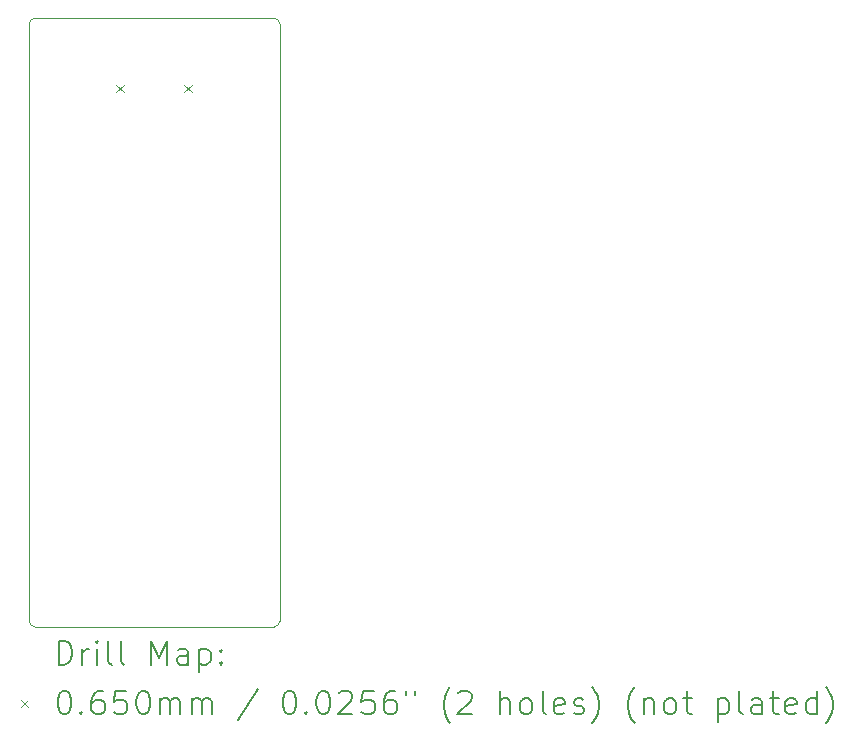
<source format=gbr>
%FSLAX45Y45*%
G04 Gerber Fmt 4.5, Leading zero omitted, Abs format (unit mm)*
G04 Created by KiCad (PCBNEW (5.99.0-11630-gc5e195bdff)) date 2021-08-23 20:37:22*
%MOMM*%
%LPD*%
G01*
G04 APERTURE LIST*
%TA.AperFunction,Profile*%
%ADD10C,0.050000*%
%TD*%
%ADD11C,0.200000*%
%ADD12C,0.065000*%
G04 APERTURE END LIST*
D10*
X11424000Y-10827500D02*
G75*
G02*
X11374000Y-10877500I-50000J0D01*
G01*
X9354000Y-5722500D02*
X11374000Y-5722500D01*
X11374000Y-5722500D02*
G75*
G02*
X11424000Y-5772500I0J-50000D01*
G01*
X9304000Y-10827500D02*
X9304000Y-5772500D01*
X9304000Y-5772500D02*
G75*
G02*
X9354000Y-5722500I50000J0D01*
G01*
X9354000Y-10877500D02*
G75*
G02*
X9304000Y-10827500I0J50000D01*
G01*
X9354000Y-10877500D02*
X11374000Y-10877500D01*
X11424000Y-10827500D02*
X11424000Y-5772500D01*
D11*
D12*
X10038500Y-6285000D02*
X10103500Y-6350000D01*
X10103500Y-6285000D02*
X10038500Y-6350000D01*
X10616500Y-6285000D02*
X10681500Y-6350000D01*
X10681500Y-6285000D02*
X10616500Y-6350000D01*
D11*
X9554119Y-11195476D02*
X9554119Y-10995476D01*
X9601738Y-10995476D01*
X9630310Y-11005000D01*
X9649357Y-11024048D01*
X9658881Y-11043095D01*
X9668405Y-11081190D01*
X9668405Y-11109762D01*
X9658881Y-11147857D01*
X9649357Y-11166905D01*
X9630310Y-11185952D01*
X9601738Y-11195476D01*
X9554119Y-11195476D01*
X9754119Y-11195476D02*
X9754119Y-11062143D01*
X9754119Y-11100238D02*
X9763643Y-11081190D01*
X9773167Y-11071667D01*
X9792214Y-11062143D01*
X9811262Y-11062143D01*
X9877929Y-11195476D02*
X9877929Y-11062143D01*
X9877929Y-10995476D02*
X9868405Y-11005000D01*
X9877929Y-11014524D01*
X9887452Y-11005000D01*
X9877929Y-10995476D01*
X9877929Y-11014524D01*
X10001738Y-11195476D02*
X9982690Y-11185952D01*
X9973167Y-11166905D01*
X9973167Y-10995476D01*
X10106500Y-11195476D02*
X10087452Y-11185952D01*
X10077929Y-11166905D01*
X10077929Y-10995476D01*
X10335071Y-11195476D02*
X10335071Y-10995476D01*
X10401738Y-11138333D01*
X10468405Y-10995476D01*
X10468405Y-11195476D01*
X10649357Y-11195476D02*
X10649357Y-11090714D01*
X10639833Y-11071667D01*
X10620786Y-11062143D01*
X10582690Y-11062143D01*
X10563643Y-11071667D01*
X10649357Y-11185952D02*
X10630310Y-11195476D01*
X10582690Y-11195476D01*
X10563643Y-11185952D01*
X10554119Y-11166905D01*
X10554119Y-11147857D01*
X10563643Y-11128810D01*
X10582690Y-11119286D01*
X10630310Y-11119286D01*
X10649357Y-11109762D01*
X10744595Y-11062143D02*
X10744595Y-11262143D01*
X10744595Y-11071667D02*
X10763643Y-11062143D01*
X10801738Y-11062143D01*
X10820786Y-11071667D01*
X10830310Y-11081190D01*
X10839833Y-11100238D01*
X10839833Y-11157381D01*
X10830310Y-11176429D01*
X10820786Y-11185952D01*
X10801738Y-11195476D01*
X10763643Y-11195476D01*
X10744595Y-11185952D01*
X10925548Y-11176429D02*
X10935071Y-11185952D01*
X10925548Y-11195476D01*
X10916024Y-11185952D01*
X10925548Y-11176429D01*
X10925548Y-11195476D01*
X10925548Y-11071667D02*
X10935071Y-11081190D01*
X10925548Y-11090714D01*
X10916024Y-11081190D01*
X10925548Y-11071667D01*
X10925548Y-11090714D01*
D12*
X9231500Y-11492500D02*
X9296500Y-11557500D01*
X9296500Y-11492500D02*
X9231500Y-11557500D01*
D11*
X9592214Y-11415476D02*
X9611262Y-11415476D01*
X9630310Y-11425000D01*
X9639833Y-11434524D01*
X9649357Y-11453571D01*
X9658881Y-11491667D01*
X9658881Y-11539286D01*
X9649357Y-11577381D01*
X9639833Y-11596428D01*
X9630310Y-11605952D01*
X9611262Y-11615476D01*
X9592214Y-11615476D01*
X9573167Y-11605952D01*
X9563643Y-11596428D01*
X9554119Y-11577381D01*
X9544595Y-11539286D01*
X9544595Y-11491667D01*
X9554119Y-11453571D01*
X9563643Y-11434524D01*
X9573167Y-11425000D01*
X9592214Y-11415476D01*
X9744595Y-11596428D02*
X9754119Y-11605952D01*
X9744595Y-11615476D01*
X9735071Y-11605952D01*
X9744595Y-11596428D01*
X9744595Y-11615476D01*
X9925548Y-11415476D02*
X9887452Y-11415476D01*
X9868405Y-11425000D01*
X9858881Y-11434524D01*
X9839833Y-11463095D01*
X9830310Y-11501190D01*
X9830310Y-11577381D01*
X9839833Y-11596428D01*
X9849357Y-11605952D01*
X9868405Y-11615476D01*
X9906500Y-11615476D01*
X9925548Y-11605952D01*
X9935071Y-11596428D01*
X9944595Y-11577381D01*
X9944595Y-11529762D01*
X9935071Y-11510714D01*
X9925548Y-11501190D01*
X9906500Y-11491667D01*
X9868405Y-11491667D01*
X9849357Y-11501190D01*
X9839833Y-11510714D01*
X9830310Y-11529762D01*
X10125548Y-11415476D02*
X10030310Y-11415476D01*
X10020786Y-11510714D01*
X10030310Y-11501190D01*
X10049357Y-11491667D01*
X10096976Y-11491667D01*
X10116024Y-11501190D01*
X10125548Y-11510714D01*
X10135071Y-11529762D01*
X10135071Y-11577381D01*
X10125548Y-11596428D01*
X10116024Y-11605952D01*
X10096976Y-11615476D01*
X10049357Y-11615476D01*
X10030310Y-11605952D01*
X10020786Y-11596428D01*
X10258881Y-11415476D02*
X10277929Y-11415476D01*
X10296976Y-11425000D01*
X10306500Y-11434524D01*
X10316024Y-11453571D01*
X10325548Y-11491667D01*
X10325548Y-11539286D01*
X10316024Y-11577381D01*
X10306500Y-11596428D01*
X10296976Y-11605952D01*
X10277929Y-11615476D01*
X10258881Y-11615476D01*
X10239833Y-11605952D01*
X10230310Y-11596428D01*
X10220786Y-11577381D01*
X10211262Y-11539286D01*
X10211262Y-11491667D01*
X10220786Y-11453571D01*
X10230310Y-11434524D01*
X10239833Y-11425000D01*
X10258881Y-11415476D01*
X10411262Y-11615476D02*
X10411262Y-11482143D01*
X10411262Y-11501190D02*
X10420786Y-11491667D01*
X10439833Y-11482143D01*
X10468405Y-11482143D01*
X10487452Y-11491667D01*
X10496976Y-11510714D01*
X10496976Y-11615476D01*
X10496976Y-11510714D02*
X10506500Y-11491667D01*
X10525548Y-11482143D01*
X10554119Y-11482143D01*
X10573167Y-11491667D01*
X10582690Y-11510714D01*
X10582690Y-11615476D01*
X10677929Y-11615476D02*
X10677929Y-11482143D01*
X10677929Y-11501190D02*
X10687452Y-11491667D01*
X10706500Y-11482143D01*
X10735071Y-11482143D01*
X10754119Y-11491667D01*
X10763643Y-11510714D01*
X10763643Y-11615476D01*
X10763643Y-11510714D02*
X10773167Y-11491667D01*
X10792214Y-11482143D01*
X10820786Y-11482143D01*
X10839833Y-11491667D01*
X10849357Y-11510714D01*
X10849357Y-11615476D01*
X11239833Y-11405952D02*
X11068405Y-11663095D01*
X11496976Y-11415476D02*
X11516024Y-11415476D01*
X11535071Y-11425000D01*
X11544595Y-11434524D01*
X11554119Y-11453571D01*
X11563643Y-11491667D01*
X11563643Y-11539286D01*
X11554119Y-11577381D01*
X11544595Y-11596428D01*
X11535071Y-11605952D01*
X11516024Y-11615476D01*
X11496976Y-11615476D01*
X11477928Y-11605952D01*
X11468405Y-11596428D01*
X11458881Y-11577381D01*
X11449357Y-11539286D01*
X11449357Y-11491667D01*
X11458881Y-11453571D01*
X11468405Y-11434524D01*
X11477928Y-11425000D01*
X11496976Y-11415476D01*
X11649357Y-11596428D02*
X11658881Y-11605952D01*
X11649357Y-11615476D01*
X11639833Y-11605952D01*
X11649357Y-11596428D01*
X11649357Y-11615476D01*
X11782690Y-11415476D02*
X11801738Y-11415476D01*
X11820786Y-11425000D01*
X11830309Y-11434524D01*
X11839833Y-11453571D01*
X11849357Y-11491667D01*
X11849357Y-11539286D01*
X11839833Y-11577381D01*
X11830309Y-11596428D01*
X11820786Y-11605952D01*
X11801738Y-11615476D01*
X11782690Y-11615476D01*
X11763643Y-11605952D01*
X11754119Y-11596428D01*
X11744595Y-11577381D01*
X11735071Y-11539286D01*
X11735071Y-11491667D01*
X11744595Y-11453571D01*
X11754119Y-11434524D01*
X11763643Y-11425000D01*
X11782690Y-11415476D01*
X11925548Y-11434524D02*
X11935071Y-11425000D01*
X11954119Y-11415476D01*
X12001738Y-11415476D01*
X12020786Y-11425000D01*
X12030309Y-11434524D01*
X12039833Y-11453571D01*
X12039833Y-11472619D01*
X12030309Y-11501190D01*
X11916024Y-11615476D01*
X12039833Y-11615476D01*
X12220786Y-11415476D02*
X12125548Y-11415476D01*
X12116024Y-11510714D01*
X12125548Y-11501190D01*
X12144595Y-11491667D01*
X12192214Y-11491667D01*
X12211262Y-11501190D01*
X12220786Y-11510714D01*
X12230309Y-11529762D01*
X12230309Y-11577381D01*
X12220786Y-11596428D01*
X12211262Y-11605952D01*
X12192214Y-11615476D01*
X12144595Y-11615476D01*
X12125548Y-11605952D01*
X12116024Y-11596428D01*
X12401738Y-11415476D02*
X12363643Y-11415476D01*
X12344595Y-11425000D01*
X12335071Y-11434524D01*
X12316024Y-11463095D01*
X12306500Y-11501190D01*
X12306500Y-11577381D01*
X12316024Y-11596428D01*
X12325548Y-11605952D01*
X12344595Y-11615476D01*
X12382690Y-11615476D01*
X12401738Y-11605952D01*
X12411262Y-11596428D01*
X12420786Y-11577381D01*
X12420786Y-11529762D01*
X12411262Y-11510714D01*
X12401738Y-11501190D01*
X12382690Y-11491667D01*
X12344595Y-11491667D01*
X12325548Y-11501190D01*
X12316024Y-11510714D01*
X12306500Y-11529762D01*
X12496976Y-11415476D02*
X12496976Y-11453571D01*
X12573167Y-11415476D02*
X12573167Y-11453571D01*
X12868405Y-11691667D02*
X12858881Y-11682143D01*
X12839833Y-11653571D01*
X12830309Y-11634524D01*
X12820786Y-11605952D01*
X12811262Y-11558333D01*
X12811262Y-11520238D01*
X12820786Y-11472619D01*
X12830309Y-11444048D01*
X12839833Y-11425000D01*
X12858881Y-11396428D01*
X12868405Y-11386905D01*
X12935071Y-11434524D02*
X12944595Y-11425000D01*
X12963643Y-11415476D01*
X13011262Y-11415476D01*
X13030309Y-11425000D01*
X13039833Y-11434524D01*
X13049357Y-11453571D01*
X13049357Y-11472619D01*
X13039833Y-11501190D01*
X12925548Y-11615476D01*
X13049357Y-11615476D01*
X13287452Y-11615476D02*
X13287452Y-11415476D01*
X13373167Y-11615476D02*
X13373167Y-11510714D01*
X13363643Y-11491667D01*
X13344595Y-11482143D01*
X13316024Y-11482143D01*
X13296976Y-11491667D01*
X13287452Y-11501190D01*
X13496976Y-11615476D02*
X13477928Y-11605952D01*
X13468405Y-11596428D01*
X13458881Y-11577381D01*
X13458881Y-11520238D01*
X13468405Y-11501190D01*
X13477928Y-11491667D01*
X13496976Y-11482143D01*
X13525548Y-11482143D01*
X13544595Y-11491667D01*
X13554119Y-11501190D01*
X13563643Y-11520238D01*
X13563643Y-11577381D01*
X13554119Y-11596428D01*
X13544595Y-11605952D01*
X13525548Y-11615476D01*
X13496976Y-11615476D01*
X13677928Y-11615476D02*
X13658881Y-11605952D01*
X13649357Y-11586905D01*
X13649357Y-11415476D01*
X13830309Y-11605952D02*
X13811262Y-11615476D01*
X13773167Y-11615476D01*
X13754119Y-11605952D01*
X13744595Y-11586905D01*
X13744595Y-11510714D01*
X13754119Y-11491667D01*
X13773167Y-11482143D01*
X13811262Y-11482143D01*
X13830309Y-11491667D01*
X13839833Y-11510714D01*
X13839833Y-11529762D01*
X13744595Y-11548809D01*
X13916024Y-11605952D02*
X13935071Y-11615476D01*
X13973167Y-11615476D01*
X13992214Y-11605952D01*
X14001738Y-11586905D01*
X14001738Y-11577381D01*
X13992214Y-11558333D01*
X13973167Y-11548809D01*
X13944595Y-11548809D01*
X13925548Y-11539286D01*
X13916024Y-11520238D01*
X13916024Y-11510714D01*
X13925548Y-11491667D01*
X13944595Y-11482143D01*
X13973167Y-11482143D01*
X13992214Y-11491667D01*
X14068405Y-11691667D02*
X14077928Y-11682143D01*
X14096976Y-11653571D01*
X14106500Y-11634524D01*
X14116024Y-11605952D01*
X14125548Y-11558333D01*
X14125548Y-11520238D01*
X14116024Y-11472619D01*
X14106500Y-11444048D01*
X14096976Y-11425000D01*
X14077928Y-11396428D01*
X14068405Y-11386905D01*
X14430309Y-11691667D02*
X14420786Y-11682143D01*
X14401738Y-11653571D01*
X14392214Y-11634524D01*
X14382690Y-11605952D01*
X14373167Y-11558333D01*
X14373167Y-11520238D01*
X14382690Y-11472619D01*
X14392214Y-11444048D01*
X14401738Y-11425000D01*
X14420786Y-11396428D01*
X14430309Y-11386905D01*
X14506500Y-11482143D02*
X14506500Y-11615476D01*
X14506500Y-11501190D02*
X14516024Y-11491667D01*
X14535071Y-11482143D01*
X14563643Y-11482143D01*
X14582690Y-11491667D01*
X14592214Y-11510714D01*
X14592214Y-11615476D01*
X14716024Y-11615476D02*
X14696976Y-11605952D01*
X14687452Y-11596428D01*
X14677928Y-11577381D01*
X14677928Y-11520238D01*
X14687452Y-11501190D01*
X14696976Y-11491667D01*
X14716024Y-11482143D01*
X14744595Y-11482143D01*
X14763643Y-11491667D01*
X14773167Y-11501190D01*
X14782690Y-11520238D01*
X14782690Y-11577381D01*
X14773167Y-11596428D01*
X14763643Y-11605952D01*
X14744595Y-11615476D01*
X14716024Y-11615476D01*
X14839833Y-11482143D02*
X14916024Y-11482143D01*
X14868405Y-11415476D02*
X14868405Y-11586905D01*
X14877928Y-11605952D01*
X14896976Y-11615476D01*
X14916024Y-11615476D01*
X15135071Y-11482143D02*
X15135071Y-11682143D01*
X15135071Y-11491667D02*
X15154119Y-11482143D01*
X15192214Y-11482143D01*
X15211262Y-11491667D01*
X15220786Y-11501190D01*
X15230309Y-11520238D01*
X15230309Y-11577381D01*
X15220786Y-11596428D01*
X15211262Y-11605952D01*
X15192214Y-11615476D01*
X15154119Y-11615476D01*
X15135071Y-11605952D01*
X15344595Y-11615476D02*
X15325548Y-11605952D01*
X15316024Y-11586905D01*
X15316024Y-11415476D01*
X15506500Y-11615476D02*
X15506500Y-11510714D01*
X15496976Y-11491667D01*
X15477928Y-11482143D01*
X15439833Y-11482143D01*
X15420786Y-11491667D01*
X15506500Y-11605952D02*
X15487452Y-11615476D01*
X15439833Y-11615476D01*
X15420786Y-11605952D01*
X15411262Y-11586905D01*
X15411262Y-11567857D01*
X15420786Y-11548809D01*
X15439833Y-11539286D01*
X15487452Y-11539286D01*
X15506500Y-11529762D01*
X15573167Y-11482143D02*
X15649357Y-11482143D01*
X15601738Y-11415476D02*
X15601738Y-11586905D01*
X15611262Y-11605952D01*
X15630309Y-11615476D01*
X15649357Y-11615476D01*
X15792214Y-11605952D02*
X15773167Y-11615476D01*
X15735071Y-11615476D01*
X15716024Y-11605952D01*
X15706500Y-11586905D01*
X15706500Y-11510714D01*
X15716024Y-11491667D01*
X15735071Y-11482143D01*
X15773167Y-11482143D01*
X15792214Y-11491667D01*
X15801738Y-11510714D01*
X15801738Y-11529762D01*
X15706500Y-11548809D01*
X15973167Y-11615476D02*
X15973167Y-11415476D01*
X15973167Y-11605952D02*
X15954119Y-11615476D01*
X15916024Y-11615476D01*
X15896976Y-11605952D01*
X15887452Y-11596428D01*
X15877928Y-11577381D01*
X15877928Y-11520238D01*
X15887452Y-11501190D01*
X15896976Y-11491667D01*
X15916024Y-11482143D01*
X15954119Y-11482143D01*
X15973167Y-11491667D01*
X16049357Y-11691667D02*
X16058881Y-11682143D01*
X16077928Y-11653571D01*
X16087452Y-11634524D01*
X16096976Y-11605952D01*
X16106500Y-11558333D01*
X16106500Y-11520238D01*
X16096976Y-11472619D01*
X16087452Y-11444048D01*
X16077928Y-11425000D01*
X16058881Y-11396428D01*
X16049357Y-11386905D01*
M02*

</source>
